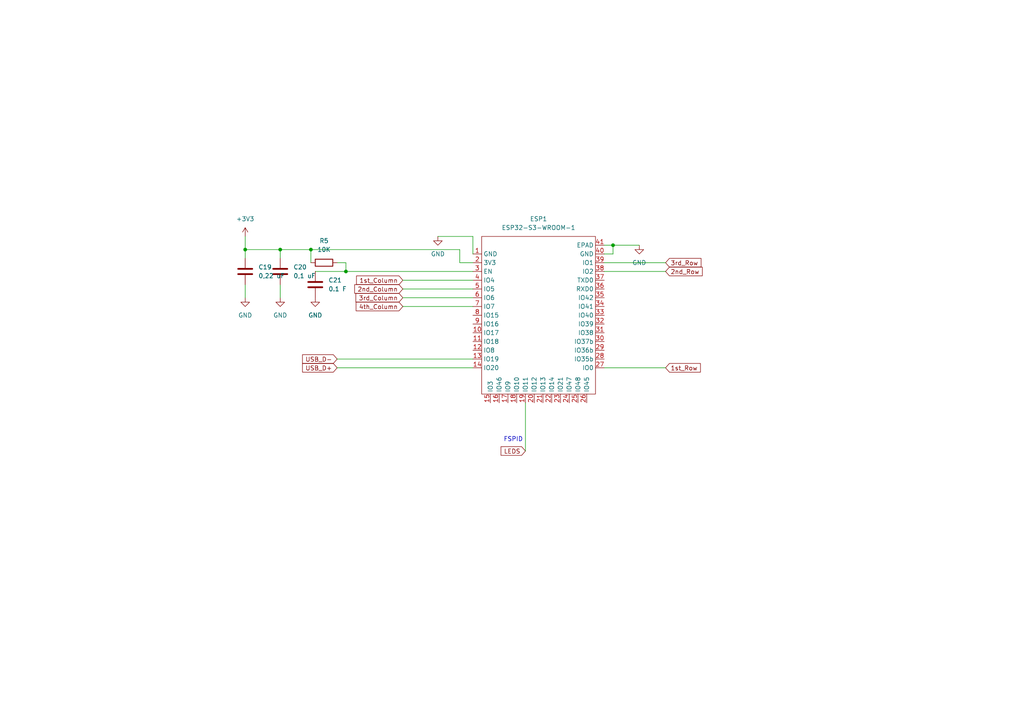
<source format=kicad_sch>
(kicad_sch (version 20211123) (generator eeschema)
  (paper "A4")
  (lib_symbols
    (symbol "Device:C" (pin_numbers hide) (pin_names (offset 0.254))
      (property "Reference" "C" (at 0.635 2.54 0))
      (property "Value" "C" (at 0.635 -2.54 0))
      (symbol "C_0_1"
        (polyline (pts (xy -2.032 -0.762) (xy 2.032 -0.762)) (stroke (width 0.508)))
        (polyline (pts (xy -2.032 0.762) (xy 2.032 0.762)) (stroke (width 0.508)))
      )
      (symbol "C_1_1"
        (pin passive line (at 0 3.81 270) (length 2.794) (name "~") (number "1"))
        (pin passive line (at 0 -3.81 90) (length 2.794) (name "~") (number "2"))
      )
    )
    (symbol "Device:R" (pin_numbers hide) (pin_names (offset 0))
      (property "Reference" "R" (at 2.032 0 90))
      (property "Value" "R" (at 0 0 90))
      (symbol "R_0_1"
        (rectangle (start -1.016 -2.54) (end 1.016 2.54) (stroke (width 0.254)))
      )
      (symbol "R_1_1"
        (pin passive line (at 0 3.81 270) (length 1.27) (name "~") (number "1"))
        (pin passive line (at 0 -3.81 90) (length 1.27) (name "~") (number "2"))
      )
    )
    (symbol "esp32:ESP32-S3-WROOM-1"
      (property "Reference" "ESP32" (at -0.762 6.35 0))
      (property "Value" "ESP32-S3-WROOM-1" (at 1.016 -4.826 0))
      (symbol "ESP32-S3-WROOM-1_0_1"
        (rectangle (start -15.24 20.32) (end 17.78 -25.4))
      )
      (symbol "ESP32-S3-WROOM-1_1_1"
        (pin power_in line (at -17.78 15.24 0) (length 2.54) (name "GND") (number "1"))
        (pin tri_state line (at -17.78 -7.62 0) (length 2.54) (name "IO17") (number "10"))
        (pin tri_state line (at -17.78 -10.16 0) (length 2.54) (name "IO18") (number "11"))
        (pin tri_state line (at -17.78 -12.7 0) (length 2.54) (name "IO8") (number "12"))
        (pin tri_state line (at -17.78 -15.24 0) (length 2.54) (name "IO19") (number "13"))
        (pin tri_state line (at -17.78 -17.78 0) (length 2.54) (name "IO20") (number "14"))
        (pin tri_state line (at -12.7 -27.94 90) (length 2.54) (name "IO3") (number "15"))
        (pin tri_state line (at -10.16 -27.94 90) (length 2.54) (name "IO46") (number "16"))
        (pin tri_state line (at -7.62 -27.94 90) (length 2.54) (name "IO9") (number "17"))
        (pin tri_state line (at -5.08 -27.94 90) (length 2.54) (name "IO10") (number "18"))
        (pin tri_state line (at -2.54 -27.94 90) (length 2.54) (name "IO11") (number "19"))
        (pin power_in line (at -17.78 12.7 0) (length 2.54) (name "3V3") (number "2"))
        (pin tri_state line (at 0 -27.94 90) (length 2.54) (name "IO12") (number "20"))
        (pin tri_state line (at 2.54 -27.94 90) (length 2.54) (name "IO13") (number "21"))
        (pin tri_state line (at 5.08 -27.94 90) (length 2.54) (name "IO14") (number "22"))
        (pin tri_state line (at 7.62 -27.94 90) (length 2.54) (name "IO21") (number "23"))
        (pin tri_state line (at 10.16 -27.94 90) (length 2.54) (name "IO47") (number "24"))
        (pin tri_state line (at 12.7 -27.94 90) (length 2.54) (name "IO48") (number "25"))
        (pin tri_state line (at 15.24 -27.94 90) (length 2.54) (name "IO45") (number "26"))
        (pin tri_state line (at 20.32 -17.78 180) (length 2.54) (name "IO0") (number "27"))
        (pin tri_state line (at 20.32 -15.24 180) (length 2.54) (name "IO35b") (number "28"))
        (pin tri_state line (at 20.32 -12.7 180) (length 2.54) (name "IO36b") (number "29"))
        (pin input line (at -17.78 10.16 0) (length 2.54) (name "EN") (number "3"))
        (pin tri_state line (at 20.32 -10.16 180) (length 2.54) (name "IO37b") (number "30"))
        (pin tri_state line (at 20.32 -7.62 180) (length 2.54) (name "IO38") (number "31"))
        (pin tri_state line (at 20.32 -5.08 180) (length 2.54) (name "IO39") (number "32"))
        (pin tri_state line (at 20.32 -2.54 180) (length 2.54) (name "IO40") (number "33"))
        (pin tri_state line (at 20.32 0 180) (length 2.54) (name "IO41") (number "34"))
        (pin tri_state line (at 20.32 2.54 180) (length 2.54) (name "IO42") (number "35"))
        (pin tri_state line (at 20.32 5.08 180) (length 2.54) (name "RXD0") (number "36"))
        (pin tri_state line (at 20.32 7.62 180) (length 2.54) (name "TXD0") (number "37"))
        (pin tri_state line (at 20.32 10.16 180) (length 2.54) (name "IO2") (number "38"))
        (pin tri_state line (at 20.32 12.7 180) (length 2.54) (name "IO1") (number "39"))
        (pin tri_state line (at -17.78 7.62 0) (length 2.54) (name "IO4") (number "4"))
        (pin power_in line (at 20.32 15.24 180) (length 2.54) (name "GND") (number "40"))
        (pin power_in line (at 20.32 17.78 180) (length 2.54) (name "EPAD") (number "41"))
        (pin tri_state line (at -17.78 5.08 0) (length 2.54) (name "IO5") (number "5"))
        (pin tri_state line (at -17.78 2.54 0) (length 2.54) (name "IO6") (number "6"))
        (pin tri_state line (at -17.78 0 0) (length 2.54) (name "IO7") (number "7"))
        (pin tri_state line (at -17.78 -2.54 0) (length 2.54) (name "IO15") (number "8"))
        (pin tri_state line (at -17.78 -5.08 0) (length 2.54) (name "IO16") (number "9"))
      )
    )
    (symbol "power:+3.3V" (power) (pin_names (offset 0))
      (property "Value" "+3.3V" (at 0 3.556 0))
      (symbol "+3.3V_0_1"
        (polyline (pts (xy -0.762 1.27) (xy 0 2.54)))
        (polyline (pts (xy 0 0) (xy 0 2.54)))
        (polyline (pts (xy 0 2.54) (xy 0.762 1.27)))
      )
      (symbol "+3.3V_1_1"
        (pin power_in line (at 0 0 90) (length 0) hide (name "+3V3") (number "1"))
      )
    )
    (symbol "power:GND" (power) (pin_names (offset 0))
      (property "Value" "GND" (at 0 -3.81 0))
      (symbol "GND_0_1"
        (polyline (pts (xy 0 0) (xy 0 -1.27) (xy 1.27 -1.27) (xy 0 -2.54) (xy -1.27 -1.27) (xy 0 -1.27)))
      )
      (symbol "GND_1_1"
        (pin power_in line (at 0 0 270) (length 0) hide (name "GND") (number "1"))
      )
    )
  )
  (junction (at 71.12 72.39))
  (junction (at 100.33 78.74))
  (junction (at 81.28 72.39))
  (junction (at 177.8 71.12))
  (junction (at 90.17 72.39))
  (wire (pts (xy 177.8 73.66) (xy 177.8 71.12)))
  (wire (pts (xy 133.35 72.39) (xy 133.35 76.2)))
  (wire (pts (xy 137.16 73.66) (xy 137.16 68.58)))
  (wire (pts (xy 90.17 72.39) (xy 133.35 72.39)))
  (wire (pts (xy 91.44 78.74) (xy 100.33 78.74)))
  (wire (pts (xy 81.28 72.39) (xy 81.28 74.93)))
  (wire (pts (xy 71.12 68.58) (xy 71.12 72.39)))
  (wire (pts (xy 175.26 73.66) (xy 177.8 73.66)))
  (wire (pts (xy 127 68.58) (xy 137.16 68.58)))
  (wire (pts (xy 97.79 104.14) (xy 137.16 104.14)))
  (wire (pts (xy 133.35 76.2) (xy 137.16 76.2)))
  (wire (pts (xy 100.33 78.74) (xy 137.16 78.74)))
  (wire (pts (xy 175.26 71.12) (xy 177.8 71.12)))
  (wire (pts (xy 175.26 106.68) (xy 193.04 106.68)))
  (wire (pts (xy 152.4 116.84) (xy 152.4 130.81)))
  (wire (pts (xy 175.26 76.2) (xy 193.04 76.2)))
  (wire (pts (xy 116.84 88.9) (xy 137.16 88.9)))
  (wire (pts (xy 71.12 72.39) (xy 71.12 74.93)))
  (wire (pts (xy 100.33 76.2) (xy 100.33 78.74)))
  (wire (pts (xy 81.28 86.36) (xy 81.28 82.55)))
  (wire (pts (xy 81.28 72.39) (xy 90.17 72.39)))
  (wire (pts (xy 116.84 83.82) (xy 137.16 83.82)))
  (wire (pts (xy 116.84 86.36) (xy 137.16 86.36)))
  (wire (pts (xy 175.26 78.74) (xy 193.04 78.74)))
  (wire (pts (xy 97.79 76.2) (xy 100.33 76.2)))
  (wire (pts (xy 97.79 106.68) (xy 137.16 106.68)))
  (wire (pts (xy 90.17 72.39) (xy 90.17 76.2)))
  (wire (pts (xy 71.12 86.36) (xy 71.12 82.55)))
  (wire (pts (xy 81.28 72.39) (xy 71.12 72.39)))
  (wire (pts (xy 177.8 71.12) (xy 185.42 71.12)))
  (wire (pts (xy 116.84 81.28) (xy 137.16 81.28)))
  (text "FSPID" (at 146.05 128.27 0) (effects (font (size 1.27 1.27)) (justify left bottom)))
  (global_label "2nd_Row" (shape input) (at 193.04 78.74 0) (property "Intersheet References" "${INTERSHEET_REFS}" (effects hide)))
  (global_label "4th_Column" (shape input) (at 116.84 88.9 180) (property "Intersheet References" "${INTERSHEET_REFS}" (effects hide)))
  (global_label "3rd_Column" (shape input) (at 116.84 86.36 180) (property "Intersheet References" "${INTERSHEET_REFS}" (effects hide)))
  (global_label "1st_Column" (shape input) (at 116.84 81.28 180) (property "Intersheet References" "${INTERSHEET_REFS}" (effects hide)))
  (global_label "3rd_Row" (shape input) (at 193.04 76.2 0) (property "Intersheet References" "${INTERSHEET_REFS}" (effects hide)))
  (global_label "LEDS" (shape input) (at 152.4 130.81 180) (property "Intersheet References" "${INTERSHEET_REFS}" (effects hide)))
  (global_label "2nd_Column" (shape input) (at 116.84 83.82 180) (property "Intersheet References" "${INTERSHEET_REFS}" (effects hide)))
  (global_label "1st_Row" (shape input) (at 193.04 106.68 0) (property "Intersheet References" "${INTERSHEET_REFS}" (effects hide)))
  (global_label "USB_D-" (shape input) (at 97.79 104.14 180) (property "Intersheet References" "${INTERSHEET_REFS}" (effects hide)))
  (global_label "USB_D+" (shape input) (at 97.79 106.68 180) (property "Intersheet References" "${INTERSHEET_REFS}" (effects hide)))
  (symbol (lib_id "power:GND") (at 91.44 86.36 0) (unit 1)
    (property "Reference" "#PWR0160" (effects hide))
    (property "Value" "GND" (at 91.44 91.44 0))
  )
  (symbol (lib_id "Device:R") (at 93.98 76.2 90) (unit 1)
    (property "Reference" "R5" (at 93.98 69.85 90))
    (property "Value" "10K" (at 93.98 72.39 90))
    (property "Footprint" "Resistor_SMD:R_0805_2012Metric_Pad1.20x1.40mm_HandSolder" (effects hide))
  )
  (symbol (lib_id "power:GND") (at 71.12 86.36 0) (unit 1)
    (property "Reference" "#PWR0157" (effects hide))
    (property "Value" "GND" (at 71.12 91.44 0))
  )
  (symbol (lib_id "power:GND") (at 81.28 86.36 0) (unit 1)
    (property "Reference" "#PWR0161" (effects hide))
    (property "Value" "GND" (at 81.28 91.44 0))
  )
  (symbol (lib_id "esp32:ESP32-S3-WROOM-1") (at 154.94 88.9 0) (unit 1)
    (property "Reference" "ESP1" (at 156.21 63.5 0))
    (property "Value" "ESP32-S3-WROOM-1" (at 156.21 66.04 0))
    (property "Footprint" "esp32-library:ESP32-S3-WROOM-1" (effects hide))
  )
  (symbol (lib_id "Device:C") (at 91.44 82.55 0) (unit 1)
    (property "Reference" "C21" (at 95.25 81.2799 0) (effects (justify left)))
    (property "Value" "0.1 F" (at 95.25 83.8199 0) (effects (justify left)))
    (property "Footprint" "Capacitor_SMD:C_0805_2012Metric_Pad1.18x1.45mm_HandSolder" (effects hide))
  )
  (symbol (lib_id "Device:C") (at 71.12 78.74 0) (unit 1)
    (property "Reference" "C19" (at 74.93 77.4699 0) (effects (justify left)))
    (property "Value" "0,22 uF" (at 74.93 80.0099 0) (effects (justify left)))
    (property "Footprint" "Capacitor_SMD:C_0805_2012Metric_Pad1.18x1.45mm_HandSolder" (effects hide))
  )
  (symbol (lib_id "power:GND") (at 127 68.58 0) (unit 1)
    (property "Reference" "#PWR0158" (effects hide))
    (property "Value" "GND" (at 127 73.66 0))
  )
  (symbol (lib_id "power:GND") (at 185.42 71.12 0) (unit 1)
    (property "Reference" "#PWR0162" (effects hide))
    (property "Value" "GND" (at 185.42 76.2 0))
  )
  (symbol (lib_id "Device:C") (at 81.28 78.74 0) (unit 1)
    (property "Reference" "C20" (at 85.09 77.4699 0) (effects (justify left)))
    (property "Value" "0,1 uF" (at 85.09 80.0099 0) (effects (justify left)))
    (property "Footprint" "Capacitor_SMD:C_0805_2012Metric_Pad1.18x1.45mm_HandSolder" (effects hide))
  )
  (symbol (lib_id "power:+3.3V") (at 71.12 68.58 0) (unit 1)
    (property "Reference" "#PWR0159" (effects hide))
    (property "Value" "+3.3V" (at 71.12 63.5 0))
  )
)
</source>
